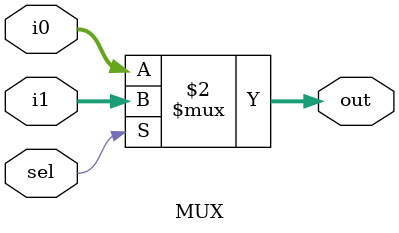
<source format=v>

module MUX (input [11:0] i0, i1, input sel, output reg [11:0]out);
	always @ (*) out = (sel)? i1 : i0;
endmodule 

</source>
